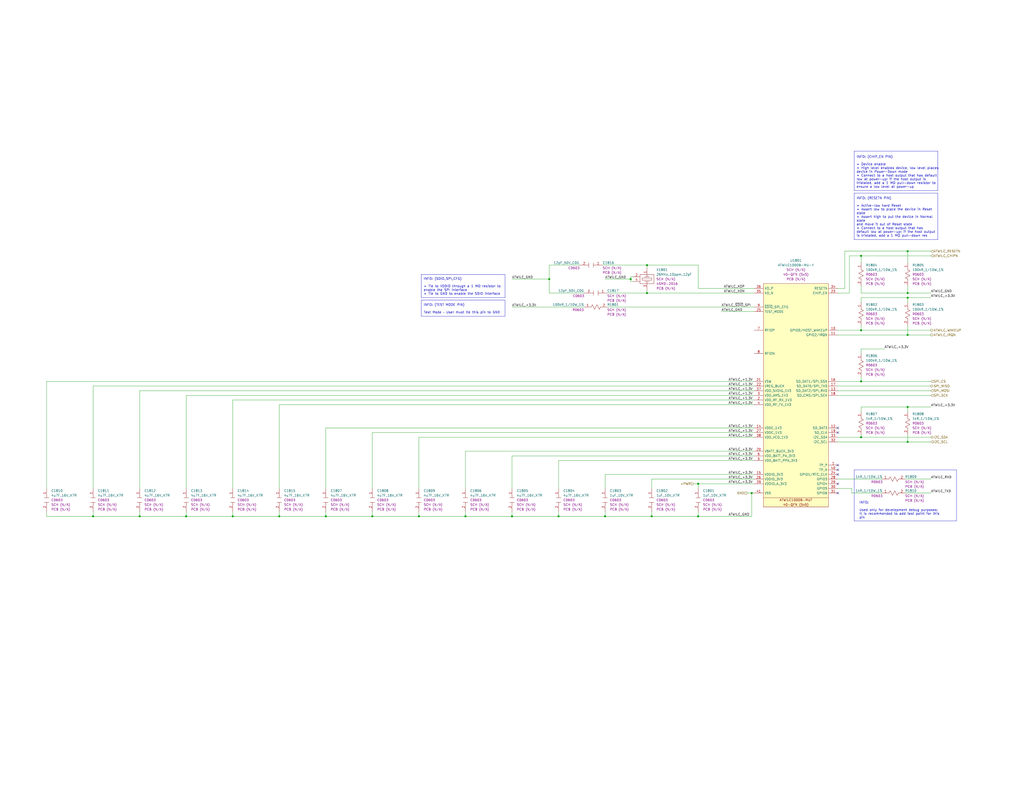
<source format=kicad_sch>
(kicad_sch (version 20231120) (generator "eeschema") (generator_version "8.0")
  (paper "C")
  (title_block (comment 2 "DRAFT"))
  (lib_symbols
    (symbol "_SCHLIB_Qcopter:CAP_CER_12pF_50V_C0G_C0603"
      (property "Reference" "C" (at 3.556 4.064 0))
      (property "Value" "12pF_50V_C0G" (at 3.81 6.604 0))
      (property "Package" "C0603" (at 3.81 35.306 0))
      (property "SCH CHECK" "SCH (N/A)" (at 3.81 29.972 0))
      (property "PCB CHECK" "PCB (N/A)" (at 3.81 32.512 0))
      (symbol "CAP_CER_12pF_50V_C0G_C0603_0_0"
        (polyline (pts (xy 5.08 1.27) (xy 5.08 -1.27)))
        (polyline (pts (xy 7.62 1.27) (xy 7.62 -1.27)))
      )
      (symbol "CAP_CER_12pF_50V_C0G_C0603_1_1"
        (pin passive line (at 0 0 0) (length 5.08) (name "") (number "1"))
        (pin passive line (at 12.7 0 180) (length 5.08) (name "") (number "2"))
      )
    )
    (symbol "_SCHLIB_Qcopter:CAP_CER_1uF_10V_X7R_C0603"
      (property "Reference" "C" (at 3.556 4.064 0))
      (property "Value" "1uF_10V_X7R" (at 3.81 6.604 0))
      (property "Package" "C0603" (at 3.81 35.306 0))
      (property "SCH CHECK" "SCH (N/A)" (at 3.81 29.972 0))
      (property "PCB CHECK" "PCB (N/A)" (at 3.81 32.512 0))
      (symbol "CAP_CER_1uF_10V_X7R_C0603_0_0"
        (polyline (pts (xy 5.08 1.27) (xy 5.08 -1.27)))
        (polyline (pts (xy 7.62 1.27) (xy 7.62 -1.27)))
      )
      (symbol "CAP_CER_1uF_10V_X7R_C0603_1_1"
        (pin passive line (at 0 0 0) (length 5.08) (name "") (number "1"))
        (pin passive line (at 12.7 0 180) (length 5.08) (name "") (number "2"))
      )
    )
    (symbol "_SCHLIB_Qcopter:CAP_CER_4.7uF_16V_X7R_C0603"
      (property "Reference" "C" (at 3.556 4.064 0))
      (property "Value" "4u7F_16V_X7R" (at 3.81 6.604 0))
      (property "Package" "C0603" (at 3.81 35.306 0))
      (property "SCH CHECK" "SCH (N/A)" (at 3.81 29.972 0))
      (property "PCB CHECK" "PCB (N/A)" (at 3.81 32.512 0))
      (symbol "CAP_CER_4.7uF_16V_X7R_C0603_0_0"
        (polyline (pts (xy 5.08 1.27) (xy 5.08 -1.27)))
        (polyline (pts (xy 7.62 1.27) (xy 7.62 -1.27)))
      )
      (symbol "CAP_CER_4.7uF_16V_X7R_C0603_1_1"
        (pin passive line (at 0 0 0) (length 5.08) (name "") (number "1"))
        (pin passive line (at 12.7 0 180) (length 5.08) (name "") (number "2"))
      )
    )
    (symbol "_SCHLIB_Qcopter:IC_RF TXRX_ATWILC1000B-MU-Y_Wifi_2.4GHz_40-QFN (5x5)"
      (property "Reference" "U" (at 2.54 2.54 0))
      (property "Value" "ATWILC1000B-MU-Y" (at 2.54 5.08 0))
      (property "SCH CHECK" "SCH (N/A)" (at 2.54 29.21 0))
      (property "Package" "40-QFN (5x5)" (at 2.286 31.75 0))
      (property "PCB CHECk" "PCB (N/A)" (at 2.54 26.67 0))
      (symbol "IC_RF TXRX_ATWILC1000B-MU-Y_Wifi_2.4GHz_40-QFN (5x5)_0_0"
        (text "40-QFN (5x5)" (at 17.78 -120.65 0) (effects (font (size 1.27 1.27))))
        (text "ATWILC1000B-MUT" (at 17.78 -118.11 0) (effects (font (size 1.27 1.27))))
      )
      (symbol "IC_RF TXRX_ATWILC1000B-MU-Y_Wifi_2.4GHz_40-QFN (5x5)_0_1"
        (polyline (pts (xy 0 -116.84) (xy 35.56 -116.84)))
        (rectangle (start 0 0) (end 35.56 -121.92) (fill (type background)))
      )
      (symbol "IC_RF TXRX_ATWILC1000B-MU-Y_Wifi_2.4GHz_40-QFN (5x5)_1_1"
        (pin passive line (at 40.64 -99.06 180) (length 5.08) (name "TP_P") (number "1"))
        (pin passive line (at 40.64 -25.4 180) (length 5.08) (name "GPIO0/HOST_WAKEUP") (number "10"))
        (pin passive line (at 40.64 -27.94 180) (length 5.08) (name "GPIO2/IRQN") (number "11"))
        (pin passive line (at 40.64 -78.74 180) (length 5.08) (name "SD_DAT3") (number "12"))
        (pin passive line (at 40.64 -58.42 180) (length 5.08) (name "SD_DAT2/SPI_RXD") (number "13"))
        (pin passive line (at -5.08 -78.74 0) (length 5.08) (name "VDDC_1V3") (number "14"))
        (pin passive line (at -5.08 -104.14 0) (length 5.08) (name "VDDIO_3V3") (number "15"))
        (pin passive line (at 40.64 -53.34 180) (length 5.08) (name "SD_DAT1/SPI_SSN") (number "16"))
        (pin passive line (at 40.64 -55.88 180) (length 5.08) (name "SD_DAT0/SPI_TXD") (number "17"))
        (pin passive line (at 40.64 -60.96 180) (length 5.08) (name "SD_CMD/SPI_SCK") (number "18"))
        (pin passive line (at 40.64 -81.28 180) (length 5.08) (name "SD_CLK") (number "19"))
        (pin passive line (at -5.08 -63.5 0) (length 5.08) (name "VDD_RF_RX_1V3") (number "2"))
        (pin passive line (at -5.08 -91.44 0) (length 5.08) (name "VBATT_BUCK_3V3") (number "20"))
        (pin passive line (at -5.08 -53.34 0) (length 5.08) (name "VSW") (number "21"))
        (pin passive line (at -5.08 -55.88 0) (length 5.08) (name "VREG_BUCK") (number "22"))
        (pin passive line (at 40.64 -5.08 180) (length 5.08) (name "CHIP_EN") (number "23"))
        (pin passive line (at 40.64 -104.14 180) (length 5.08) (name "GPIO1/RTC_CLK") (number "24"))
        (pin passive line (at -5.08 -15.24 0) (length 5.08) (name "TEST_MODE") (number "25"))
        (pin passive line (at -5.08 -106.68 0) (length 5.08) (name "VDDIO_3V3") (number "26"))
        (pin passive line (at -5.08 -81.28 0) (length 5.08) (name "VDDC_1V3") (number "27"))
        (pin passive line (at 40.64 -106.68 180) (length 5.08) (name "GPIO3") (number "28"))
        (pin passive line (at 40.64 -109.22 180) (length 5.08) (name "GPIO4") (number "29"))
        (pin passive line (at -5.08 -60.96 0) (length 5.08) (name "VDD_AMS_1V3") (number "3"))
        (pin passive line (at 40.64 -111.76 180) (length 5.08) (name "GPIO5") (number "30"))
        (pin passive line (at 40.64 -114.3 180) (length 5.08) (name "GPIO6") (number "31"))
        (pin passive line (at 40.64 -86.36 180) (length 5.08) (name "I2C_SCL") (number "32"))
        (pin passive line (at 40.64 -83.82 180) (length 5.08) (name "I2C_SDA") (number "33"))
        (pin passive line (at 40.64 -2.54 180) (length 5.08) (name "RESETN") (number "34"))
        (pin passive line (at -5.08 -5.08 0) (length 5.08) (name "XO_N") (number "35"))
        (pin passive line (at -5.08 -2.54 0) (length 5.08) (name "XO_P") (number "36"))
        (pin passive line (at -5.08 -58.42 0) (length 5.08) (name "VDD_SXDIG_1V3") (number "37"))
        (pin passive line (at -5.08 -83.82 0) (length 5.08) (name "VDD_VCO_1V3") (number "38"))
        (pin passive line (at -5.08 -109.22 0) (length 5.08) (name "VDDIO_A_3V3") (number "39"))
        (pin passive line (at -5.08 -66.04 0) (length 5.08) (name "VDD_RF_TX_1V3") (number "4"))
        (pin passive line (at 40.64 -101.6 180) (length 5.08) (name "TP_N") (number "40"))
        (pin passive line (at -5.08 -114.3 0) (length 5.08) (name "VSS") (number "41"))
        (pin passive line (at -5.08 -96.52 0) (length 5.08) (name "VDD_BATT_PPA_3V3") (number "5"))
        (pin passive line (at -5.08 -93.98 0) (length 5.08) (name "VDD_BATT_PA_3V3") (number "6"))
        (pin passive line (at -5.08 -25.4 0) (length 5.08) (name "RFIOP") (number "7"))
        (pin passive line (at -5.08 -38.1 0) (length 5.08) (name "RFION") (number "8"))
        (pin passive line (at -5.08 -12.7 0) (length 5.08) (name "~{SDIO}_SPI_CFG") (number "9"))
      )
    )
    (symbol "_SCHLIB_Qcopter:RES_100kR_1/10W_1%_R0603"
      (property "Reference" "R" (at 3.556 4.064 0))
      (property "Value" "100kR_1/10W_1%" (at 3.81 6.604 0))
      (property "Package" "R0603" (at 3.81 35.306 0))
      (property "SCH CHECK" "SCH (N/A)" (at 3.81 29.972 0))
      (property "PCB CHECK" "PCB (N/A)" (at 3.81 32.512 0))
      (symbol "RES_100kR_1/10W_1%_R0603_0_0"
        (polyline (pts (xy 3.81 0) (xy 4.445 1.27) (xy 5.715 -1.27) (xy 6.985 1.27) (xy 8.255 -1.27) (xy 8.89 0)))
      )
      (symbol "RES_100kR_1/10W_1%_R0603_1_1"
        (pin passive line (at 0 0 0) (length 3.81) (name "") (number "1"))
        (pin passive line (at 12.7 0 180) (length 3.81) (name "") (number "2"))
      )
    )
    (symbol "_SCHLIB_Qcopter:RES_1kR_1/10W_1%_R0603"
      (property "Reference" "R" (at 3.556 4.064 0))
      (property "Value" "1kR_1/10W_1%" (at 3.81 6.604 0))
      (property "Package" "R0603" (at 3.81 35.306 0))
      (property "SCH CHECK" "SCH (N/A)" (at 3.81 29.972 0))
      (property "PCB CHECK" "PCB (N/A)" (at 3.81 32.512 0))
      (symbol "RES_1kR_1/10W_1%_R0603_0_0"
        (polyline (pts (xy 3.81 0) (xy 4.445 1.27) (xy 5.715 -1.27) (xy 6.985 1.27) (xy 8.255 -1.27) (xy 8.89 0)))
      )
      (symbol "RES_1kR_1/10W_1%_R0603_1_1"
        (pin passive line (at 0 0 0) (length 3.81) (name "") (number "1"))
        (pin passive line (at 12.7 0 180) (length 3.81) (name "") (number "2"))
      )
    )
    (symbol "_SCHLIB_Qcopter:XTAL_ECS-260-12-37B2-CKM-TR_26MHz_10PPM_12pF_4-SMD, No Lead"
      (property "Reference" "X" (at 3.81 6.35 0))
      (property "Value" "26MHz_10ppm_12pF" (at 3.81 8.89 0))
      (property "SCH CHECK" "SCH (N/A)" (at 3.81 34.29 0))
      (property "Package" "4SMD-2016" (at 3.81 36.83 0))
      (property "PCB CHECK" "PCB (N/A)" (at 3.81 31.75 0))
      (symbol "XTAL_ECS-260-12-37B2-CKM-TR_26MHz_10PPM_12pF_4-SMD, No Lead_0_1"
        (polyline (pts (xy 5.08 1.27) (xy 5.08 -1.27)))
        (polyline (pts (xy 7.62 1.27) (xy 7.62 -1.27)))
        (polyline (pts (xy 3.81 3.81) (xy 3.81 -3.81) (xy 8.89 -3.81) (xy 8.89 3.81) (xy 3.81 3.81)))
        (polyline (pts (xy 5.715 2.54) (xy 6.985 2.54) (xy 6.985 -2.54) (xy 5.715 -2.54) (xy 5.715 2.54)))
      )
      (symbol "XTAL_ECS-260-12-37B2-CKM-TR_26MHz_10PPM_12pF_4-SMD, No Lead_1_1"
        (pin passive line (at 0 0 0) (length 5.08) (name "") (number "1"))
        (pin passive line (at 5.08 -7.62 90) (length 3.81) (name "") (number "2"))
        (pin passive line (at 12.7 0 180) (length 5.08) (name "") (number "3"))
        (pin passive line (at 7.62 -7.62 90) (length 3.81) (name "") (number "4"))
      )
    )
  )
  (junction (at 254 281.94))
  (junction (at 152.4 281.94))
  (junction (at 304.8 281.94))
  (junction (at 127 281.94))
  (junction (at 469.9 238.76))
  (junction (at 279.4 281.94))
  (junction (at 353.06 144.78))
  (junction (at 495.3 222.25))
  (junction (at 469.9 180.34))
  (junction (at 299.72 152.4))
  (junction (at 469.9 139.7))
  (junction (at 495.3 241.3))
  (junction (at 495.3 162.56))
  (junction (at 381 264.16))
  (junction (at 101.6 281.94))
  (junction (at 330.2 281.94))
  (junction (at 469.9 208.28))
  (junction (at 177.8 281.94))
  (junction (at 495.3 160.02))
  (junction (at 203.2 281.94))
  (junction (at 344.17 152.4))
  (junction (at 228.6 281.94))
  (junction (at 495.3 182.88))
  (junction (at 495.3 137.16))
  (junction (at 50.8 281.94))
  (junction (at 353.06 160.02))
  (junction (at 355.6 281.94))
  (junction (at 76.2 281.94))
  (junction (at 381 281.94))
  (junction (at 410.21 269.24))
  (no_connect (at 457.2 256.54))
  (no_connect (at 457.2 264.16))
  (no_connect (at 457.2 233.68))
  (no_connect (at 457.2 259.08))
  (no_connect (at 457.2 254))
  (no_connect (at 457.2 269.24))
  (no_connect (at 457.2 236.22))
  (wire (pts (xy 411.48 264.16) (xy 381 264.16)))
  (wire (pts (xy 469.9 139.7) (xy 469.9 143.51)))
  (wire (pts (xy 508 160.02) (xy 495.3 160.02)))
  (wire (pts (xy 469.9 190.5) (xy 469.9 193.04)))
  (wire (pts (xy 177.8 281.94) (xy 203.2 281.94)))
  (wire (pts (xy 50.8 281.94) (xy 76.2 281.94)))
  (wire (pts (xy 495.3 222.25) (xy 495.3 224.79)))
  (wire (pts (xy 228.6 279.4) (xy 228.6 281.94)))
  (wire (pts (xy 304.8 279.4) (xy 304.8 281.94)))
  (wire (pts (xy 344.17 153.67) (xy 345.44 153.67)))
  (wire (pts (xy 393.7 170.18) (xy 411.48 170.18)))
  (wire (pts (xy 127 266.7) (xy 127 218.44)))
  (wire (pts (xy 228.6 281.94) (xy 254 281.94)))
  (wire (pts (xy 407.67 269.24) (xy 410.21 269.24)))
  (wire (pts (xy 304.8 251.46) (xy 411.48 251.46)))
  (wire (pts (xy 25.4 208.28) (xy 411.48 208.28)))
  (wire (pts (xy 495.3 160.02) (xy 469.9 160.02)))
  (wire (pts (xy 353.06 144.78) (xy 353.06 146.05)))
  (wire (pts (xy 152.4 279.4) (xy 152.4 281.94)))
  (wire (pts (xy 228.6 238.76) (xy 228.6 266.7)))
  (wire (pts (xy 381 157.48) (xy 381 144.78)))
  (wire (pts (xy 50.8 279.4) (xy 50.8 281.94)))
  (wire (pts (xy 50.8 266.7) (xy 50.8 210.82)))
  (wire (pts (xy 279.4 167.64) (xy 318.77 167.64)))
  (wire (pts (xy 330.2 152.4) (xy 344.17 152.4)))
  (wire (pts (xy 381 281.94) (xy 410.21 281.94)))
  (wire (pts (xy 152.4 266.7) (xy 152.4 220.98)))
  (wire (pts (xy 461.01 137.16) (xy 461.01 157.48)))
  (wire (pts (xy 495.3 182.88) (xy 508 182.88)))
  (wire (pts (xy 304.8 266.7) (xy 304.8 251.46)))
  (wire (pts (xy 355.6 261.62) (xy 355.6 266.7)))
  (wire (pts (xy 381 279.4) (xy 381 281.94)))
  (wire (pts (xy 464.82 266.7) (xy 464.82 269.24)))
  (wire (pts (xy 152.4 281.94) (xy 177.8 281.94)))
  (wire (pts (xy 495.3 162.56) (xy 495.3 165.1)))
  (wire (pts (xy 495.3 143.51) (xy 495.3 137.16)))
  (wire (pts (xy 457.2 215.9) (xy 508 215.9)))
  (wire (pts (xy 495.3 222.25) (xy 469.9 222.25)))
  (wire (pts (xy 330.2 259.08) (xy 330.2 266.7)))
  (wire (pts (xy 495.3 241.3) (xy 508 241.3)))
  (wire (pts (xy 318.77 160.02) (xy 299.72 160.02)))
  (wire (pts (xy 495.3 182.88) (xy 495.3 177.8)))
  (wire (pts (xy 127 218.44) (xy 411.48 218.44)))
  (wire (pts (xy 463.55 139.7) (xy 469.9 139.7)))
  (wire (pts (xy 279.4 248.92) (xy 411.48 248.92)))
  (wire (pts (xy 411.48 259.08) (xy 330.2 259.08)))
  (wire (pts (xy 469.9 162.56) (xy 495.3 162.56)))
  (wire (pts (xy 299.72 144.78) (xy 316.23 144.78)))
  (wire (pts (xy 411.48 157.48) (xy 381 157.48)))
  (wire (pts (xy 330.2 281.94) (xy 330.2 279.4)))
  (wire (pts (xy 508 222.25) (xy 495.3 222.25)))
  (wire (pts (xy 469.9 238.76) (xy 508 238.76)))
  (wire (pts (xy 76.2 281.94) (xy 101.6 281.94)))
  (wire (pts (xy 457.2 182.88) (xy 495.3 182.88)))
  (wire (pts (xy 304.8 281.94) (xy 330.2 281.94)))
  (wire (pts (xy 355.6 281.94) (xy 330.2 281.94)))
  (wire (pts (xy 25.4 281.94) (xy 50.8 281.94)))
  (wire (pts (xy 469.9 160.02) (xy 469.9 156.21)))
  (wire (pts (xy 457.2 241.3) (xy 495.3 241.3)))
  (wire (pts (xy 381 281.94) (xy 355.6 281.94)))
  (wire (pts (xy 177.8 233.68) (xy 177.8 266.7)))
  (wire (pts (xy 411.48 236.22) (xy 203.2 236.22)))
  (wire (pts (xy 344.17 151.13) (xy 344.17 152.4)))
  (wire (pts (xy 469.9 205.74) (xy 469.9 208.28)))
  (wire (pts (xy 101.6 266.7) (xy 101.6 215.9)))
  (wire (pts (xy 411.48 238.76) (xy 228.6 238.76)))
  (wire (pts (xy 254 279.4) (xy 254 281.94)))
  (wire (pts (xy 411.48 261.62) (xy 355.6 261.62)))
  (wire (pts (xy 279.4 152.4) (xy 299.72 152.4)))
  (wire (pts (xy 345.44 151.13) (xy 344.17 151.13)))
  (wire (pts (xy 469.9 180.34) (xy 469.9 177.8)))
  (wire (pts (xy 482.6 190.5) (xy 469.9 190.5)))
  (wire (pts (xy 381 264.16) (xy 381 266.7)))
  (wire (pts (xy 469.9 139.7) (xy 508 139.7)))
  (wire (pts (xy 254 246.38) (xy 254 266.7)))
  (wire (pts (xy 457.2 180.34) (xy 469.9 180.34)))
  (wire (pts (xy 411.48 269.24) (xy 410.21 269.24)))
  (wire (pts (xy 495.3 156.21) (xy 495.3 160.02)))
  (wire (pts (xy 101.6 281.94) (xy 127 281.94)))
  (wire (pts (xy 127 279.4) (xy 127 281.94)))
  (wire (pts (xy 76.2 266.7) (xy 76.2 213.36)))
  (wire (pts (xy 279.4 248.92) (xy 279.4 266.7)))
  (wire (pts (xy 76.2 279.4) (xy 76.2 281.94)))
  (wire (pts (xy 152.4 220.98) (xy 411.48 220.98)))
  (wire (pts (xy 378.46 264.16) (xy 381 264.16)))
  (wire (pts (xy 495.3 137.16) (xy 461.01 137.16)))
  (wire (pts (xy 411.48 233.68) (xy 177.8 233.68)))
  (wire (pts (xy 495.3 241.3) (xy 495.3 237.49)))
  (wire (pts (xy 203.2 236.22) (xy 203.2 266.7)))
  (wire (pts (xy 457.2 266.7) (xy 464.82 266.7)))
  (wire (pts (xy 25.4 266.7) (xy 25.4 208.28)))
  (wire (pts (xy 457.2 213.36) (xy 508 213.36)))
  (wire (pts (xy 469.9 222.25) (xy 469.9 224.79)))
  (wire (pts (xy 410.21 269.24) (xy 410.21 281.94)))
  (wire (pts (xy 101.6 215.9) (xy 411.48 215.9)))
  (wire (pts (xy 469.9 237.49) (xy 469.9 238.76)))
  (wire (pts (xy 50.8 210.82) (xy 411.48 210.82)))
  (wire (pts (xy 457.2 210.82) (xy 508 210.82)))
  (wire (pts (xy 469.9 238.76) (xy 457.2 238.76)))
  (wire (pts (xy 411.48 246.38) (xy 254 246.38)))
  (wire (pts (xy 469.9 180.34) (xy 508 180.34)))
  (wire (pts (xy 494.03 269.24) (xy 508 269.24)))
  (wire (pts (xy 328.93 144.78) (xy 353.06 144.78)))
  (wire (pts (xy 279.4 281.94) (xy 304.8 281.94)))
  (wire (pts (xy 279.4 279.4) (xy 279.4 281.94)))
  (wire (pts (xy 494.03 261.62) (xy 508 261.62)))
  (wire (pts (xy 355.6 279.4) (xy 355.6 281.94)))
  (wire (pts (xy 469.9 208.28) (xy 508 208.28)))
  (wire (pts (xy 177.8 279.4) (xy 177.8 281.94)))
  (wire (pts (xy 299.72 160.02) (xy 299.72 152.4)))
  (wire (pts (xy 331.47 167.64) (xy 411.48 167.64)))
  (wire (pts (xy 495.3 137.16) (xy 508 137.16)))
  (wire (pts (xy 25.4 279.4) (xy 25.4 281.94)))
  (wire (pts (xy 127 281.94) (xy 152.4 281.94)))
  (wire (pts (xy 464.82 269.24) (xy 481.33 269.24)))
  (wire (pts (xy 469.9 208.28) (xy 457.2 208.28)))
  (wire (pts (xy 495.3 162.56) (xy 508 162.56)))
  (wire (pts (xy 353.06 158.75) (xy 353.06 160.02)))
  (wire (pts (xy 411.48 160.02) (xy 353.06 160.02)))
  (wire (pts (xy 469.9 165.1) (xy 469.9 162.56)))
  (wire (pts (xy 254 281.94) (xy 279.4 281.94)))
  (wire (pts (xy 381 144.78) (xy 353.06 144.78)))
  (wire (pts (xy 299.72 152.4) (xy 299.72 144.78)))
  (wire (pts (xy 331.47 160.02) (xy 353.06 160.02)))
  (wire (pts (xy 344.17 152.4) (xy 344.17 153.67)))
  (wire (pts (xy 463.55 160.02) (xy 463.55 139.7)))
  (wire (pts (xy 457.2 160.02) (xy 463.55 160.02)))
  (wire (pts (xy 76.2 213.36) (xy 411.48 213.36)))
  (wire (pts (xy 203.2 279.4) (xy 203.2 281.94)))
  (wire (pts (xy 457.2 157.48) (xy 461.01 157.48)))
  (wire (pts (xy 203.2 281.94) (xy 228.6 281.94)))
  (wire (pts (xy 101.6 279.4) (xy 101.6 281.94)))
  (wire (pts (xy 457.2 261.62) (xy 481.33 261.62)))
  (rectangle (start 229.87 163.83) (end 275.59 172.72))
  (rectangle (start 466.09 105.41) (end 511.81 130.81))
  (rectangle (start 466.09 82.55) (end 511.81 104.14))
  (rectangle (start 466.09 256.54) (end 521.97 284.48))
  (rectangle (start 229.87 149.86) (end 275.59 162.56))
  (text "INFO: (RESETN PIN)\n\n• Active-low hard Reset\n• Assert low to place the device in Reset\nstate\n• Assert high to put the device in Normal\nstate\nand move it out of Reset state\n• Connect to a host output that has\ndefault low at power-up; if the host output\nis tristated, add a 1 MΩ pull-down res" (at 467.36 129.54 0) (effects (font (size 1.27 1.27)) (justify left bottom)))
  (text "INFO: (TEST MODE PIN)\n\nTest Mode – User must tie this pin to GND" (at 231.14 171.45 0) (effects (font (size 1.27 1.27)) (justify left bottom)))
  (text "INFO: (SDIO_SPI_CFG)\n\n• Tie to VDDIO through a 1 MΩ resistor to\nenable the SPI interface\n• Tie to GND to enable the SDIO interface" (at 231.14 161.29 0) (effects (font (size 1.27 1.27)) (justify left bottom)))
  (text "INFO: (CHIP_EN PIN)\n\n• Device enable\n• High level enables device, low level places\ndevice in Power-Down mode\n• Connect to a host output that has default\nlow at power-up; if the host output is\ntristated, add a 1 MΩ pull-down resistor to\nensure a low level at power-up" (at 467.36 102.87 0) (effects (font (size 1.27 1.27)) (justify left bottom)))
  (text "INFO:\n\nUsed only for development debug purposes;\nIt is recommended to add test point for this\npin\n" (at 468.884 283.464 0) (effects (font (size 1.27 1.27)) (justify left bottom)))
  (label "ATWILC_+3.3V" (at 397.51 264.16 0))
  (label "ATWILC_+3.3V" (at 508 162.56 0))
  (label "ATWILC_+3.3V" (at 397.51 251.46 0))
  (label "ATWILC_XON" (at 394.97 160.02 0))
  (label "ATWILC_+3.3V" (at 397.51 246.38 0))
  (label "ATWILC_+1.3V" (at 397.51 238.76 0))
  (label "ATWILC_+3.3V" (at 482.6 190.5 0))
  (label "ATWILC_+3.3V" (at 397.51 248.92 0))
  (label "ATWILC_+1.3V" (at 397.51 220.98 0))
  (label "ATWILC_+1.3V" (at 397.51 218.44 0))
  (label "ATWILC_~{SDIO}_SPI" (at 393.7 167.64 0))
  (label "ATWILC_RXD" (at 508 261.62 0))
  (label "ATWILC_GND" (at 397.51 281.94 0))
  (label "ATWILC_+1.3V" (at 397.51 213.36 0))
  (label "ATWILC_+1.3V" (at 397.51 210.82 0))
  (label "ATWILC_+3.3V" (at 279.4 167.64 0))
  (label "ATWILC_+3.3V" (at 397.51 259.08 0))
  (label "ATWILC_GND" (at 393.7 170.18 0))
  (label "ATWILC_+3.3V" (at 508 222.25 0))
  (label "ATWILC_XOP" (at 394.97 157.48 0))
  (label "ATWILC_+1.3V" (at 397.51 215.9 0))
  (label "ATWILC_GND" (at 330.2 152.4 0))
  (label "ATWILC_+3.3V" (at 397.51 261.62 0))
  (label "ATWILC_TXD" (at 508 269.24 0))
  (label "ATWILC_GND" (at 279.4 152.4 0))
  (label "ATWILC_+1.3V" (at 397.51 208.28 0))
  (label "ATWILC_+1.3V" (at 397.51 233.68 0))
  (label "ATWILC_+1.3V" (at 397.51 236.22 0))
  (label "ATWILC_GND" (at 508 160.02 0))
  (hierarchical_label "SPI_MISO" (shape output) (at 508 210.82 0))
  (hierarchical_label "ATWILC_RESETN" (shape input) (at 508 137.16 0))
  (hierarchical_label "I2C_SCL" (shape input) (at 508 241.3 0))
  (hierarchical_label "SPI_MOSI" (shape input) (at 508 213.36 0))
  (hierarchical_label "ATWILC_IRQN" (shape output) (at 508 182.88 0))
  (hierarchical_label "SPI_CS" (shape input) (at 508 208.28 0))
  (hierarchical_label "ATWILC_CHIPN" (shape input) (at 508 139.7 0))
  (hierarchical_label "+PWR" (shape input) (at 378.46 264.16 180))
  (hierarchical_label "I2C_SDA" (shape bidirectional) (at 508 238.76 0))
  (hierarchical_label "SPI_SCK" (shape input) (at 508 215.9 0))
  (hierarchical_label "ATWILC_WAKEUP" (shape output) (at 508 180.34 0))
  (hierarchical_label "GND" (shape passive) (at 407.67 269.24 180))
  (symbol (lib_id "_SCHLIB_Qcopter:CAP_CER_4.7uF_16V_X7R_C0603") (at 177.8 266.7 270) (unit 1)
    (property "Reference" "C1807" (at 180.34 267.9699 90) (effects (justify left)))
    (property "Value" "4u7F_16V_X7R" (at 180.34 270.5099 90) (effects (justify left)))
    (property "Footprint" "Capacitor_SMD:C_0603_1608Metric" (effects (hide yes)))
    (property "Datasheet" "https://search.murata.co.jp/Ceramy/image/img/A01X/G101/ENG/GRM188Z71C475KE21-01A.pdf" (effects (hide yes)))
    (property "Description" "4.7 µF ±10% 16V Ceramic Capacitor X7R 0603 (1608 Metric)" (effects (hide yes)))
    (property "Package" "C0603" (at 180.34 273.0499 90) (effects (justify left)))
    (property "Part Number (Manufacturer)" "GRM188Z71C475KE21D" (effects (hide yes)))
    (property "Manufacturer" "Murata Electronics" (effects (hide yes)))
    (property "Part Number (Vendor)" "490-GRM188Z71C475KE21DTR-ND" (effects (hide yes)))
    (property "Vendor" "Digikey" (effects (hide yes)))
    (property "Purchase Link" "https://www.digikey.ca/en/products/detail/murata-electronics/GRM188Z71C475KE21D/13401930" (effects (hide yes)))
    (property "SCH CHECK" "SCH (N/A)" (at 180.34 275.5899 90) (effects (justify left)))
    (property "PCB CHECK" "PCB (N/A)" (at 180.34 278.1299 90) (effects (justify left)))
  )
  (symbol (lib_id "_SCHLIB_Qcopter:CAP_CER_4.7uF_16V_X7R_C0603") (at 152.4 266.7 270) (unit 1)
    (property "Reference" "C1815" (at 154.94 267.9699 90) (effects (justify left)))
    (property "Value" "4u7F_16V_X7R" (at 154.94 270.5099 90) (effects (justify left)))
    (property "Footprint" "Capacitor_SMD:C_0603_1608Metric" (effects (hide yes)))
    (property "Datasheet" "https://search.murata.co.jp/Ceramy/image/img/A01X/G101/ENG/GRM188Z71C475KE21-01A.pdf" (effects (hide yes)))
    (property "Description" "4.7 µF ±10% 16V Ceramic Capacitor X7R 0603 (1608 Metric)" (effects (hide yes)))
    (property "Package" "C0603" (at 154.94 273.0499 90) (effects (justify left)))
    (property "Part Number (Manufacturer)" "GRM188Z71C475KE21D" (effects (hide yes)))
    (property "Manufacturer" "Murata Electronics" (effects (hide yes)))
    (property "Part Number (Vendor)" "490-GRM188Z71C475KE21DTR-ND" (effects (hide yes)))
    (property "Vendor" "Digikey" (effects (hide yes)))
    (property "Purchase Link" "https://www.digikey.ca/en/products/detail/murata-electronics/GRM188Z71C475KE21D/13401930" (effects (hide yes)))
    (property "SCH CHECK" "SCH (N/A)" (at 154.94 275.5899 90) (effects (justify left)))
    (property "PCB CHECK" "PCB (N/A)" (at 154.94 278.1299 90) (effects (justify left)))
  )
  (symbol (lib_id "_SCHLIB_Qcopter:CAP_CER_4.7uF_16V_X7R_C0603") (at 101.6 266.7 270) (unit 1)
    (property "Reference" "C1813" (at 104.14 267.9699 90) (effects (justify left)))
    (property "Value" "4u7F_16V_X7R" (at 104.14 270.5099 90) (effects (justify left)))
    (property "Footprint" "Capacitor_SMD:C_0603_1608Metric" (effects (hide yes)))
    (property "Datasheet" "https://search.murata.co.jp/Ceramy/image/img/A01X/G101/ENG/GRM188Z71C475KE21-01A.pdf" (effects (hide yes)))
    (property "Description" "4.7 µF ±10% 16V Ceramic Capacitor X7R 0603 (1608 Metric)" (effects (hide yes)))
    (property "Package" "C0603" (at 104.14 273.0499 90) (effects (justify left)))
    (property "Part Number (Manufacturer)" "GRM188Z71C475KE21D" (effects (hide yes)))
    (property "Manufacturer" "Murata Electronics" (effects (hide yes)))
    (property "Part Number (Vendor)" "490-GRM188Z71C475KE21DTR-ND" (effects (hide yes)))
    (property "Vendor" "Digikey" (effects (hide yes)))
    (property "Purchase Link" "https://www.digikey.ca/en/products/detail/murata-electronics/GRM188Z71C475KE21D/13401930" (effects (hide yes)))
    (property "SCH CHECK" "SCH (N/A)" (at 104.14 275.5899 90) (effects (justify left)))
    (property "PCB CHECK" "PCB (N/A)" (at 104.14 278.1299 90) (effects (justify left)))
  )
  (symbol (lib_id "_SCHLIB_Qcopter:CAP_CER_4.7uF_16V_X7R_C0603") (at 279.4 266.7 270) (unit 1)
    (property "Reference" "C1805" (at 281.94 267.9699 90) (effects (justify left)))
    (property "Value" "4u7F_16V_X7R" (at 281.94 270.5099 90) (effects (justify left)))
    (property "Footprint" "Capacitor_SMD:C_0603_1608Metric" (effects (hide yes)))
    (property "Datasheet" "https://search.murata.co.jp/Ceramy/image/img/A01X/G101/ENG/GRM188Z71C475KE21-01A.pdf" (effects (hide yes)))
    (property "Description" "4.7 µF ±10% 16V Ceramic Capacitor X7R 0603 (1608 Metric)" (effects (hide yes)))
    (property "Package" "C0603" (at 281.94 273.0499 90) (effects (justify left)))
    (property "Part Number (Manufacturer)" "GRM188Z71C475KE21D" (effects (hide yes)))
    (property "Manufacturer" "Murata Electronics" (effects (hide yes)))
    (property "Part Number (Vendor)" "490-GRM188Z71C475KE21DTR-ND" (effects (hide yes)))
    (property "Vendor" "Digikey" (effects (hide yes)))
    (property "Purchase Link" "https://www.digikey.ca/en/products/detail/murata-electronics/GRM188Z71C475KE21D/13401930" (effects (hide yes)))
    (property "SCH CHECK" "SCH (N/A)" (at 281.94 275.5899 90) (effects (justify left)))
    (property "PCB CHECK" "PCB (N/A)" (at 281.94 278.1299 90) (effects (justify left)))
  )
  (symbol (lib_id "_SCHLIB_Qcopter:RES_100kR_1/10W_1%_R0603") (at 469.9 143.51 270) (unit 1)
    (property "Reference" "R1804" (at 472.44 144.7799 90) (effects (justify left)))
    (property "Value" "100kR_1/10W_1%" (at 472.44 147.3199 90) (effects (justify left)))
    (property "Footprint" "Resistor_SMD:R_0603_1608Metric" (effects (hide yes)))
    (property "Datasheet" "https://industrial.panasonic.com/cdbs/www-data/pdf/RDA0000/AOA0000C304.pdf" (effects (hide yes)))
    (property "Description" "100 kOhms ±1% 0.1W, 1/10W Chip Resistor 0603 (1608 Metric) Automotive AEC-Q200 Thick Film" (effects (hide yes)))
    (property "Package" "R0603" (at 472.44 149.8599 90) (effects (justify left)))
    (property "Part Number (Manufacturer)" "ERJ-3EKF1003V" (effects (hide yes)))
    (property "Manufacturer" "Panasonic Electronic Components" (effects (hide yes)))
    (property "Part Number (Vendor)" "P100KHTR-ND" (effects (hide yes)))
    (property "Vendor" "Digikey" (effects (hide yes)))
    (property "Purchase Link" "https://www.digikey.ca/en/products/detail/panasonic-electronic-components/ERJ-3EKF1003V/196075" (effects (hide yes)))
    (property "SCH CHECK" "SCH (N/A)" (at 472.44 152.3999 90) (effects (justify left)))
    (property "PCB CHECK" "PCB (N/A)" (at 472.44 154.9399 90) (effects (justify left)))
  )
  (symbol (lib_id "_SCHLIB_Qcopter:CAP_CER_4.7uF_16V_X7R_C0603") (at 304.8 266.7 270) (unit 1)
    (property "Reference" "C1804" (at 307.34 267.9699 90) (effects (justify left)))
    (property "Value" "4u7F_16V_X7R" (at 307.34 270.5099 90) (effects (justify left)))
    (property "Footprint" "Capacitor_SMD:C_0603_1608Metric" (effects (hide yes)))
    (property "Datasheet" "https://search.murata.co.jp/Ceramy/image/img/A01X/G101/ENG/GRM188Z71C475KE21-01A.pdf" (effects (hide yes)))
    (property "Description" "4.7 µF ±10% 16V Ceramic Capacitor X7R 0603 (1608 Metric)" (effects (hide yes)))
    (property "Package" "C0603" (at 307.34 273.0499 90) (effects (justify left)))
    (property "Part Number (Manufacturer)" "GRM188Z71C475KE21D" (effects (hide yes)))
    (property "Manufacturer" "Murata Electronics" (effects (hide yes)))
    (property "Part Number (Vendor)" "490-GRM188Z71C475KE21DTR-ND" (effects (hide yes)))
    (property "Vendor" "Digikey" (effects (hide yes)))
    (property "Purchase Link" "https://www.digikey.ca/en/products/detail/murata-electronics/GRM188Z71C475KE21D/13401930" (effects (hide yes)))
    (property "SCH CHECK" "SCH (N/A)" (at 307.34 275.5899 90) (effects (justify left)))
    (property "PCB CHECK" "PCB (N/A)" (at 307.34 278.1299 90) (effects (justify left)))
  )
  (symbol (lib_id "_SCHLIB_Qcopter:RES_1kR_1/10W_1%_R0603") (at 495.3 224.79 270) (unit 1)
    (property "Reference" "R1808" (at 497.84 226.0599 90) (effects (justify left)))
    (property "Value" "1kR_1/10W_1%" (at 497.84 228.5999 90) (effects (justify left)))
    (property "Footprint" "Resistor_SMD:R_0603_1608Metric" (effects (hide yes)))
    (property "Datasheet" "https://www.seielect.com/catalog/sei-rmcf_rmcp.pdf" (effects (hide yes)))
    (property "Description" "1 kOhms ±1% 0.1W, 1/10W Chip Resistor 0603 (1608 Metric) Automotive AEC-Q200 Thick Film" (effects (hide yes)))
    (property "Package" "R0603" (at 497.84 231.1399 90) (effects (justify left)))
    (property "Part Number (Manufacturer)" "RMCF0603FT1K00" (effects (hide yes)))
    (property "Manufacturer" "Stackpole Electronics Inc" (effects (hide yes)))
    (property "Part Number (Vendor)" "RMCF0603FT1K00TR-ND" (effects (hide yes)))
    (property "Vendor" "Digikey" (effects (hide yes)))
    (property "Purchase Link" "https://www.digikey.ca/en/products/detail/stackpole-electronics-inc/RMCF0603FT1K00/1761077" (effects (hide yes)))
    (property "SCH CHECK" "SCH (N/A)" (at 497.84 233.6799 90) (effects (justify left)))
    (property "PCB CHECK" "PCB (N/A)" (at 497.84 236.2199 90) (effects (justify left)))
  )
  (symbol (lib_id "_SCHLIB_Qcopter:RES_1kR_1/10W_1%_R0603") (at 481.33 269.24 0) (unit 1)
    (property "Reference" "R1810" (at 497.078 267.97 0))
    (property "Value" "1kR_1/10W_1%" (at 474.218 267.97 0))
    (property "Footprint" "Resistor_SMD:R_0603_1608Metric" (effects (hide yes)))
    (property "Datasheet" "https://www.seielect.com/catalog/sei-rmcf_rmcp.pdf" (effects (hide yes)))
    (property "Description" "1 kOhms ±1% 0.1W, 1/10W Chip Resistor 0603 (1608 Metric) Automotive AEC-Q200 Thick Film" (effects (hide yes)))
    (property "Package" "R0603" (at 478.536 270.764 0))
    (property "Part Number (Manufacturer)" "RMCF0603FT1K00" (effects (hide yes)))
    (property "Manufacturer" "Stackpole Electronics Inc" (effects (hide yes)))
    (property "Part Number (Vendor)" "RMCF0603FT1K00TR-ND" (effects (hide yes)))
    (property "Vendor" "Digikey" (effects (hide yes)))
    (property "Purchase Link" "https://www.digikey.ca/en/products/detail/stackpole-electronics-inc/RMCF0603FT1K00/1761077" (effects (hide yes)))
    (property "SCH CHECK" "SCH (N/A)" (at 499.11 270.764 0))
    (property "PCB CHECK" "PCB (N/A)" (at 499.11 273.304 0))
  )
  (symbol (lib_id "_SCHLIB_Qcopter:RES_100kR_1/10W_1%_R0603") (at 495.3 143.51 270) (unit 1)
    (property "Reference" "R1805" (at 497.84 144.7799 90) (effects (justify left)))
    (property "Value" "100kR_1/10W_1%" (at 497.84 147.3199 90) (effects (justify left)))
    (property "Footprint" "Resistor_SMD:R_0603_1608Metric" (effects (hide yes)))
    (property "Datasheet" "https://industrial.panasonic.com/cdbs/www-data/pdf/RDA0000/AOA0000C304.pdf" (effects (hide yes)))
    (property "Description" "100 kOhms ±1% 0.1W, 1/10W Chip Resistor 0603 (1608 Metric) Automotive AEC-Q200 Thick Film" (effects (hide yes)))
    (property "Package" "R0603" (at 497.84 149.8599 90) (effects (justify left)))
    (property "Part Number (Manufacturer)" "ERJ-3EKF1003V" (effects (hide yes)))
    (property "Manufacturer" "Panasonic Electronic Components" (effects (hide yes)))
    (property "Part Number (Vendor)" "P100KHTR-ND" (effects (hide yes)))
    (property "Vendor" "Digikey" (effects (hide yes)))
    (property "Purchase Link" "https://www.digikey.ca/en/products/detail/panasonic-electronic-components/ERJ-3EKF1003V/196075" (effects (hide yes)))
    (property "SCH CHECK" "SCH (N/A)" (at 497.84 152.3999 90) (effects (justify left)))
    (property "PCB CHECK" "PCB (N/A)" (at 497.84 154.9399 90) (effects (justify left)))
  )
  (symbol (lib_id "_SCHLIB_Qcopter:RES_100kR_1/10W_1%_R0603") (at 318.77 167.64 0) (unit 1)
    (property "Reference" "R1801" (at 334.518 166.37 0))
    (property "Value" "100kR_1/10W_1%" (at 310.134 166.37 0))
    (property "Footprint" "Resistor_SMD:R_0603_1608Metric" (effects (hide yes)))
    (property "Datasheet" "https://industrial.panasonic.com/cdbs/www-data/pdf/RDA0000/AOA0000C304.pdf" (effects (hide yes)))
    (property "Description" "100 kOhms ±1% 0.1W, 1/10W Chip Resistor 0603 (1608 Metric) Automotive AEC-Q200 Thick Film" (effects (hide yes)))
    (property "Package" "R0603" (at 315.468 169.164 0))
    (property "Part Number (Manufacturer)" "ERJ-3EKF1003V" (effects (hide yes)))
    (property "Manufacturer" "Panasonic Electronic Components" (effects (hide yes)))
    (property "Part Number (Vendor)" "P100KHTR-ND" (effects (hide yes)))
    (property "Vendor" "Digikey" (effects (hide yes)))
    (property "Purchase Link" "https://www.digikey.ca/en/products/detail/panasonic-electronic-components/ERJ-3EKF1003V/196075" (effects (hide yes)))
    (property "SCH CHECK" "SCH (N/A)" (at 336.55 169.164 0))
    (property "PCB CHECK" "PCB (N/A)" (at 336.55 171.704 0))
  )
  (symbol (lib_id "_SCHLIB_Qcopter:CAP_CER_4.7uF_16V_X7R_C0603") (at 254 266.7 270) (unit 1)
    (property "Reference" "C1806" (at 256.54 267.9699 90) (effects (justify left)))
    (property "Value" "4u7F_16V_X7R" (at 256.54 270.5099 90) (effects (justify left)))
    (property "Footprint" "Capacitor_SMD:C_0603_1608Metric" (effects (hide yes)))
    (property "Datasheet" "https://search.murata.co.jp/Ceramy/image/img/A01X/G101/ENG/GRM188Z71C475KE21-01A.pdf" (effects (hide yes)))
    (property "Description" "4.7 µF ±10% 16V Ceramic Capacitor X7R 0603 (1608 Metric)" (effects (hide yes)))
    (property "Package" "C0603" (at 256.54 273.0499 90) (effects (justify left)))
    (property "Part Number (Manufacturer)" "GRM188Z71C475KE21D" (effects (hide yes)))
    (property "Manufacturer" "Murata Electronics" (effects (hide yes)))
    (property "Part Number (Vendor)" "490-GRM188Z71C475KE21DTR-ND" (effects (hide yes)))
    (property "Vendor" "Digikey" (effects (hide yes)))
    (property "Purchase Link" "https://www.digikey.ca/en/products/detail/murata-electronics/GRM188Z71C475KE21D/13401930" (effects (hide yes)))
    (property "SCH CHECK" "SCH (N/A)" (at 256.54 275.5899 90) (effects (justify left)))
    (property "PCB CHECK" "PCB (N/A)" (at 256.54 278.1299 90) (effects (justify left)))
  )
  (symbol (lib_id "_SCHLIB_Qcopter:CAP_CER_1uF_10V_X7R_C0603") (at 355.6 266.7 270) (unit 1)
    (property "Reference" "C1802" (at 358.14 267.9699 90) (effects (justify left)))
    (property "Value" "1uF_10V_X7R" (at 358.14 270.5099 90) (effects (justify left)))
    (property "Footprint" "Capacitor_SMD:C_0603_1608Metric" (effects (hide yes)))
    (property "Datasheet" "https://mm.digikey.com/Volume0/opasdata/d220001/medias/docus/3584/CL10B105KP8NNNC_Spec.pdf" (effects (hide yes)))
    (property "Description" "1 µF ±10% 10V Ceramic Capacitor X7R 0603 (1608 Metric)" (effects (hide yes)))
    (property "Package" "C0603" (at 358.14 273.0499 90) (effects (justify left)))
    (property "Part Number (Manufacturer)" "CL10B105KP8NNNC" (effects (hide yes)))
    (property "Manufacturer" "Samsung Electro-Mechanics" (effects (hide yes)))
    (property "Part Number (Vendor)" "1276-1946-2-ND" (effects (hide yes)))
    (property "Vendor" "Digikey" (effects (hide yes)))
    (property "Purchase Link" "https://www.digikey.ca/en/products/detail/samsung-electro-mechanics/CL10B105KP8NNNC/3887604" (effects (hide yes)))
    (property "SCH CHECK" "SCH (N/A)" (at 358.14 275.5899 90) (effects (justify left)))
    (property "PCB CHECK" "PCB (N/A)" (at 358.14 278.1299 90) (effects (justify left)))
  )
  (symbol (lib_id "_SCHLIB_Qcopter:XTAL_ECS-260-12-37B2-CKM-TR_26MHz_10PPM_12pF_4-SMD, No Lead") (at 353.06 146.05 270) (unit 1)
    (property "Reference" "X1801" (at 358.14 147.3199 90) (effects (justify left)))
    (property "Value" "26MHz_10ppm_12pF" (at 358.14 149.8599 90) (effects (justify left)))
    (property "Footprint" "Crystal:Crystal_SMD_2016-4Pin_2.0x1.6mm" (effects (hide yes)))
    (property "Datasheet" "https://ecsxtal.com/store/pdf/ECX-1637B2.pdf" (effects (hide yes)))
    (property "Description" "26 MHz ±10ppm Crystal 12pF 50 Ohms 4-SMD, No Lead" (effects (hide yes)))
    (property "Part Number (Manufacturer)" "ECS-260-12-37B2-CKM-TR" (effects (hide yes)))
    (property "Link" "https://www.digikey.com/en/products/detail/ecs-inc/ECS-260-12-37B2-CKM-TR/14663307" (effects (hide yes)))
    (property "SCH CHECK" "SCH (N/A)" (at 358.14 152.3999 90) (effects (justify left)))
    (property "Package" "4SMD-2016" (at 358.14 154.9399 90) (effects (justify left)))
    (property "Manufacturer" "ECS Inc." (effects (hide yes)))
    (property "Part Number (Vendor)" "50-ECS-260-12-37B2-CKM-TR-ND" (effects (hide yes)))
    (property "Vendor" "Digikey" (effects (hide yes)))
    (property "PCB CHECK" "PCB (N/A)" (at 358.14 157.4799 90) (effects (justify left)))
  )
  (symbol (lib_id "_SCHLIB_Qcopter:CAP_CER_12pF_50V_C0G_C0603") (at 328.93 144.78 180) (unit 1)
    (property "Reference" "C1816" (at 331.978 143.51 0))
    (property "Value" "12pF_50V_C0G" (at 309.118 143.51 0))
    (property "Footprint" "Capacitor_SMD:C_0603_1608Metric" (effects (hide yes)))
    (property "Datasheet" "https://connect.kemet.com:7667/gateway/IntelliData-ComponentDocumentation/1.0/download/datasheet/C0603C120J5GACTU" (effects (hide yes)))
    (property "Description" "12 pF ±5% 50V Ceramic Capacitor C0G, NP0 0603 (1608 Metric)" (effects (hide yes)))
    (property "Package" "C0603" (at 313.182 146.304 0))
    (property "Part Number (Manufacturer)" "C0603C120J5GAC7867" (effects (hide yes)))
    (property "Manufacturer" "KEMET" (effects (hide yes)))
    (property "Part Number (Vendor)" "399-C0603C120J5GAC7867TR-ND" (effects (hide yes)))
    (property "Vendor" "Digikey" (effects (hide yes)))
    (property "Purchase Link" "https://www.digikey.ca/en/products/detail/kemet/C0603C120J5GAC7867/411052" (effects (hide yes)))
    (property "SCH CHECK" "SCH (N/A)" (at 334.01 146.304 0))
    (property "PCB CHECK" "PCB (N/A)" (at 334.01 148.844 0))
  )
  (symbol (lib_id "_SCHLIB_Qcopter:CAP_CER_1uF_10V_X7R_C0603") (at 330.2 266.7 270) (unit 1)
    (property "Reference" "C1803" (at 332.74 267.9699 90) (effects (justify left)))
    (property "Value" "1uF_10V_X7R" (at 332.74 270.5099 90) (effects (justify left)))
    (property "Footprint" "Capacitor_SMD:C_0603_1608Metric" (effects (hide yes)))
    (property "Datasheet" "https://mm.digikey.com/Volume0/opasdata/d220001/medias/docus/3584/CL10B105KP8NNNC_Spec.pdf" (effects (hide yes)))
    (property "Description" "1 µF ±10% 10V Ceramic Capacitor X7R 0603 (1608 Metric)" (effects (hide yes)))
    (property "Package" "C0603" (at 332.74 273.0499 90) (effects (justify left)))
    (property "Part Number (Manufacturer)" "CL10B105KP8NNNC" (effects (hide yes)))
    (property "Manufacturer" "Samsung Electro-Mechanics" (effects (hide yes)))
    (property "Part Number (Vendor)" "1276-1946-2-ND" (effects (hide yes)))
    (property "Vendor" "Digikey" (effects (hide yes)))
    (property "Purchase Link" "https://www.digikey.ca/en/products/detail/samsung-electro-mechanics/CL10B105KP8NNNC/3887604" (effects (hide yes)))
    (property "SCH CHECK" "SCH (N/A)" (at 332.74 275.5899 90) (effects (justify left)))
    (property "PCB CHECK" "PCB (N/A)" (at 332.74 278.1299 90) (effects (justify left)))
  )
  (symbol (lib_id "_SCHLIB_Qcopter:CAP_CER_12pF_50V_C0G_C0603") (at 331.47 160.02 180) (unit 1)
    (property "Reference" "C1817" (at 334.518 158.75 0))
    (property "Value" "12pF_50V_C0G" (at 311.658 158.75 0))
    (property "Footprint" "Capacitor_SMD:C_0603_1608Metric" (effects (hide yes)))
    (property "Datasheet" "https://connect.kemet.com:7667/gateway/IntelliData-ComponentDocumentation/1.0/download/datasheet/C0603C120J5GACTU" (effects (hide yes)))
    (property "Description" "12 pF ±5% 50V Ceramic Capacitor C0G, NP0 0603 (1608 Metric)" (effects (hide yes)))
    (property "Package" "C0603" (at 315.722 161.544 0))
    (property "Part Number (Manufacturer)" "C0603C120J5GAC7867" (effects (hide yes)))
    (property "Manufacturer" "KEMET" (effects (hide yes)))
    (property "Part Number (Vendor)" "399-C0603C120J5GAC7867TR-ND" (effects (hide yes)))
    (property "Vendor" "Digikey" (effects (hide yes)))
    (property "Purchase Link" "https://www.digikey.ca/en/products/detail/kemet/C0603C120J5GAC7867/411052" (effects (hide yes)))
    (property "SCH CHECK" "SCH (N/A)" (at 336.55 161.544 0))
    (property "PCB CHECK" "PCB (N/A)" (at 336.55 164.084 0))
  )
  (symbol (lib_id "_SCHLIB_Qcopter:RES_100kR_1/10W_1%_R0603") (at 469.9 193.04 270) (unit 1)
    (property "Reference" "R1806" (at 472.44 194.3099 90) (effects (justify left)))
    (property "Value" "100kR_1/10W_1%" (at 472.44 196.8499 90) (effects (justify left)))
    (property "Footprint" "Resistor_SMD:R_0603_1608Metric" (effects (hide yes)))
    (property "Datasheet" "https://industrial.panasonic.com/cdbs/www-data/pdf/RDA0000/AOA0000C304.pdf" (effects (hide yes)))
    (property "Description" "100 kOhms ±1% 0.1W, 1/10W Chip Resistor 0603 (1608 Metric) Automotive AEC-Q200 Thick Film" (effects (hide yes)))
    (property "Package" "R0603" (at 472.44 199.3899 90) (effects (justify left)))
    (property "Part Number (Manufacturer)" "ERJ-3EKF1003V" (effects (hide yes)))
    (property "Manufacturer" "Panasonic Electronic Components" (effects (hide yes)))
    (property "Part Number (Vendor)" "P100KHTR-ND" (effects (hide yes)))
    (property "Vendor" "Digikey" (effects (hide yes)))
    (property "Purchase Link" "https://www.digikey.ca/en/products/detail/panasonic-electronic-components/ERJ-3EKF1003V/196075" (effects (hide yes)))
    (property "SCH CHECK" "SCH (N/A)" (at 472.44 201.9299 90) (effects (justify left)))
    (property "PCB CHECK" "PCB (N/A)" (at 472.44 204.4699 90) (effects (justify left)))
  )
  (symbol (lib_id "_SCHLIB_Qcopter:CAP_CER_4.7uF_16V_X7R_C0603") (at 203.2 266.7 270) (unit 1)
    (property "Reference" "C1808" (at 205.74 267.9699 90) (effects (justify left)))
    (property "Value" "4u7F_16V_X7R" (at 205.74 270.5099 90) (effects (justify left)))
    (property "Footprint" "Capacitor_SMD:C_0603_1608Metric" (effects (hide yes)))
    (property "Datasheet" "https://search.murata.co.jp/Ceramy/image/img/A01X/G101/ENG/GRM188Z71C475KE21-01A.pdf" (effects (hide yes)))
    (property "Description" "4.7 µF ±10% 16V Ceramic Capacitor X7R 0603 (1608 Metric)" (effects (hide yes)))
    (property "Package" "C0603" (at 205.74 273.0499 90) (effects (justify left)))
    (property "Part Number (Manufacturer)" "GRM188Z71C475KE21D" (effects (hide yes)))
    (property "Manufacturer" "Murata Electronics" (effects (hide yes)))
    (property "Part Number (Vendor)" "490-GRM188Z71C475KE21DTR-ND" (effects (hide yes)))
    (property "Vendor" "Digikey" (effects (hide yes)))
    (property "Purchase Link" "https://www.digikey.ca/en/products/detail/murata-electronics/GRM188Z71C475KE21D/13401930" (effects (hide yes)))
    (property "SCH CHECK" "SCH (N/A)" (at 205.74 275.5899 90) (effects (justify left)))
    (property "PCB CHECK" "PCB (N/A)" (at 205.74 278.1299 90) (effects (justify left)))
  )
  (symbol (lib_id "_SCHLIB_Qcopter:RES_1kR_1/10W_1%_R0603") (at 481.33 261.62 0) (unit 1)
    (property "Reference" "R1809" (at 497.078 260.35 0))
    (property "Value" "1kR_1/10W_1%" (at 474.218 260.35 0))
    (property "Footprint" "Resistor_SMD:R_0603_1608Metric" (effects (hide yes)))
    (property "Datasheet" "https://www.seielect.com/catalog/sei-rmcf_rmcp.pdf" (effects (hide yes)))
    (property "Description" "1 kOhms ±1% 0.1W, 1/10W Chip Resistor 0603 (1608 Metric) Automotive AEC-Q200 Thick Film" (effects (hide yes)))
    (property "Package" "R0603" (at 478.536 263.144 0))
    (property "Part Number (Manufacturer)" "RMCF0603FT1K00" (effects (hide yes)))
    (property "Manufacturer" "Stackpole Electronics Inc" (effects (hide yes)))
    (property "Part Number (Vendor)" "RMCF0603FT1K00TR-ND" (effects (hide yes)))
    (property "Vendor" "Digikey" (effects (hide yes)))
    (property "Purchase Link" "https://www.digikey.ca/en/products/detail/stackpole-electronics-inc/RMCF0603FT1K00/1761077" (effects (hide yes)))
    (property "SCH CHECK" "SCH (N/A)" (at 499.11 263.144 0))
    (property "PCB CHECK" "PCB (N/A)" (at 499.11 265.684 0))
  )
  (symbol (lib_id "_SCHLIB_Qcopter:CAP_CER_1uF_10V_X7R_C0603") (at 381 266.7 270) (unit 1)
    (property "Reference" "C1801" (at 383.54 267.9699 90) (effects (justify left)))
    (property "Value" "1uF_10V_X7R" (at 383.54 270.5099 90) (effects (justify left)))
    (property "Footprint" "Capacitor_SMD:C_0603_1608Metric" (effects (hide yes)))
    (property "Datasheet" "https://mm.digikey.com/Volume0/opasdata/d220001/medias/docus/3584/CL10B105KP8NNNC_Spec.pdf" (effects (hide yes)))
    (property "Description" "1 µF ±10% 10V Ceramic Capacitor X7R 0603 (1608 Metric)" (effects (hide yes)))
    (property "Package" "C0603" (at 383.54 273.0499 90) (effects (justify left)))
    (property "Part Number (Manufacturer)" "CL10B105KP8NNNC" (effects (hide yes)))
    (property "Manufacturer" "Samsung Electro-Mechanics" (effects (hide yes)))
    (property "Part Number (Vendor)" "1276-1946-2-ND" (effects (hide yes)))
    (property "Vendor" "Digikey" (effects (hide yes)))
    (property "Purchase Link" "https://www.digikey.ca/en/products/detail/samsung-electro-mechanics/CL10B105KP8NNNC/3887604" (effects (hide yes)))
    (property "SCH CHECK" "SCH (N/A)" (at 383.54 275.5899 90) (effects (justify left)))
    (property "PCB CHECK" "PCB (N/A)" (at 383.54 278.1299 90) (effects (justify left)))
  )
  (symbol (lib_id "_SCHLIB_Qcopter:CAP_CER_4.7uF_16V_X7R_C0603") (at 50.8 266.7 270) (unit 1)
    (property "Reference" "C1811" (at 53.34 267.9699 90) (effects (justify left)))
    (property "Value" "4u7F_16V_X7R" (at 53.34 270.5099 90) (effects (justify left)))
    (property "Footprint" "Capacitor_SMD:C_0603_1608Metric" (effects (hide yes)))
    (property "Datasheet" "https://search.murata.co.jp/Ceramy/image/img/A01X/G101/ENG/GRM188Z71C475KE21-01A.pdf" (effects (hide yes)))
    (property "Description" "4.7 µF ±10% 16V Ceramic Capacitor X7R 0603 (1608 Metric)" (effects (hide yes)))
    (property "Package" "C0603" (at 53.34 273.0499 90) (effects (justify left)))
    (property "Part Number (Manufacturer)" "GRM188Z71C475KE21D" (effects (hide yes)))
    (property "Manufacturer" "Murata Electronics" (effects (hide yes)))
    (property "Part Number (Vendor)" "490-GRM188Z71C475KE21DTR-ND" (effects (hide yes)))
    (property "Vendor" "Digikey" (effects (hide yes)))
    (property "Purchase Link" "https://www.digikey.ca/en/products/detail/murata-electronics/GRM188Z71C475KE21D/13401930" (effects (hide yes)))
    (property "SCH CHECK" "SCH (N/A)" (at 53.34 275.5899 90) (effects (justify left)))
    (property "PCB CHECK" "PCB (N/A)" (at 53.34 278.1299 90) (effects (justify left)))
  )
  (symbol (lib_id "_SCHLIB_Qcopter:CAP_CER_4.7uF_16V_X7R_C0603") (at 228.6 266.7 270) (unit 1)
    (property "Reference" "C1809" (at 231.14 267.9699 90) (effects (justify left)))
    (property "Value" "4u7F_16V_X7R" (at 231.14 270.5099 90) (effects (justify left)))
    (property "Footprint" "Capacitor_SMD:C_0603_1608Metric" (effects (hide yes)))
    (property "Datasheet" "https://search.murata.co.jp/Ceramy/image/img/A01X/G101/ENG/GRM188Z71C475KE21-01A.pdf" (effects (hide yes)))
    (property "Description" "4.7 µF ±10% 16V Ceramic Capacitor X7R 0603 (1608 Metric)" (effects (hide yes)))
    (property "Package" "C0603" (at 231.14 273.0499 90) (effects (justify left)))
    (property "Part Number (Manufacturer)" "GRM188Z71C475KE21D" (effects (hide yes)))
    (property "Manufacturer" "Murata Electronics" (effects (hide yes)))
    (property "Part Number (Vendor)" "490-GRM188Z71C475KE21DTR-ND" (effects (hide yes)))
    (property "Vendor" "Digikey" (effects (hide yes)))
    (property "Purchase Link" "https://www.digikey.ca/en/products/detail/murata-electronics/GRM188Z71C475KE21D/13401930" (effects (hide yes)))
    (property "SCH CHECK" "SCH (N/A)" (at 231.14 275.5899 90) (effects (justify left)))
    (property "PCB CHECK" "PCB (N/A)" (at 231.14 278.1299 90) (effects (justify left)))
  )
  (symbol (lib_id "_SCHLIB_Qcopter:RES_1kR_1/10W_1%_R0603") (at 469.9 224.79 270) (unit 1)
    (property "Reference" "R1807" (at 472.44 226.0599 90) (effects (justify left)))
    (property "Value" "1kR_1/10W_1%" (at 472.44 228.5999 90) (effects (justify left)))
    (property "Footprint" "Resistor_SMD:R_0603_1608Metric" (effects (hide yes)))
    (property "Datasheet" "https://www.seielect.com/catalog/sei-rmcf_rmcp.pdf" (effects (hide yes)))
    (property "Description" "1 kOhms ±1% 0.1W, 1/10W Chip Resistor 0603 (1608 Metric) Automotive AEC-Q200 Thick Film" (effects (hide yes)))
    (property "Package" "R0603" (at 472.44 231.1399 90) (effects (justify left)))
    (property "Part Number (Manufacturer)" "RMCF0603FT1K00" (effects (hide yes)))
    (property "Manufacturer" "Stackpole Electronics Inc" (effects (hide yes)))
    (property "Part Number (Vendor)" "RMCF0603FT1K00TR-ND" (effects (hide yes)))
    (property "Vendor" "Digikey" (effects (hide yes)))
    (property "Purchase Link" "https://www.digikey.ca/en/products/detail/stackpole-electronics-inc/RMCF0603FT1K00/1761077" (effects (hide yes)))
    (property "SCH CHECK" "SCH (N/A)" (at 472.44 233.6799 90) (effects (justify left)))
    (property "PCB CHECK" "PCB (N/A)" (at 472.44 236.2199 90) (effects (justify left)))
  )
  (symbol (lib_id "_SCHLIB_Qcopter:CAP_CER_4.7uF_16V_X7R_C0603") (at 127 266.7 270) (unit 1)
    (property "Reference" "C1814" (at 129.54 267.9699 90) (effects (justify left)))
    (property "Value" "4u7F_16V_X7R" (at 129.54 270.5099 90) (effects (justify left)))
    (property "Footprint" "Capacitor_SMD:C_0603_1608Metric" (effects (hide yes)))
    (property "Datasheet" "https://search.murata.co.jp/Ceramy/image/img/A01X/G101/ENG/GRM188Z71C475KE21-01A.pdf" (effects (hide yes)))
    (property "Description" "4.7 µF ±10% 16V Ceramic Capacitor X7R 0603 (1608 Metric)" (effects (hide yes)))
    (property "Package" "C0603" (at 129.54 273.0499 90) (effects (justify left)))
    (property "Part Number (Manufacturer)" "GRM188Z71C475KE21D" (effects (hide yes)))
    (property "Manufacturer" "Murata Electronics" (effects (hide yes)))
    (property "Part Number (Vendor)" "490-GRM188Z71C475KE21DTR-ND" (effects (hide yes)))
    (property "Vendor" "Digikey" (effects (hide yes)))
    (property "Purchase Link" "https://www.digikey.ca/en/products/detail/murata-electronics/GRM188Z71C475KE21D/13401930" (effects (hide yes)))
    (property "SCH CHECK" "SCH (N/A)" (at 129.54 275.5899 90) (effects (justify left)))
    (property "PCB CHECK" "PCB (N/A)" (at 129.54 278.1299 90) (effects (justify left)))
  )
  (symbol (lib_id "_SCHLIB_Qcopter:CAP_CER_4.7uF_16V_X7R_C0603") (at 76.2 266.7 270) (unit 1)
    (property "Reference" "C1812" (at 78.74 267.9699 90) (effects (justify left)))
    (property "Value" "4u7F_16V_X7R" (at 78.74 270.5099 90) (effects (justify left)))
    (property "Footprint" "Capacitor_SMD:C_0603_1608Metric" (effects (hide yes)))
    (property "Datasheet" "https://search.murata.co.jp/Ceramy/image/img/A01X/G101/ENG/GRM188Z71C475KE21-01A.pdf" (effects (hide yes)))
    (property "Description" "4.7 µF ±10% 16V Ceramic Capacitor X7R 0603 (1608 Metric)" (effects (hide yes)))
    (property "Package" "C0603" (at 78.74 273.0499 90) (effects (justify left)))
    (property "Part Number (Manufacturer)" "GRM188Z71C475KE21D" (effects (hide yes)))
    (property "Manufacturer" "Murata Electronics" (effects (hide yes)))
    (property "Part Number (Vendor)" "490-GRM188Z71C475KE21DTR-ND" (effects (hide yes)))
    (property "Vendor" "Digikey" (effects (hide yes)))
    (property "Purchase Link" "https://www.digikey.ca/en/products/detail/murata-electronics/GRM188Z71C475KE21D/13401930" (effects (hide yes)))
    (property "SCH CHECK" "SCH (N/A)" (at 78.74 275.5899 90) (effects (justify left)))
    (property "PCB CHECK" "PCB (N/A)" (at 78.74 278.1299 90) (effects (justify left)))
  )
  (symbol (lib_id "_SCHLIB_Qcopter:CAP_CER_4.7uF_16V_X7R_C0603") (at 25.4 266.7 270) (unit 1)
    (property "Reference" "C1810" (at 27.94 267.9699 90) (effects (justify left)))
    (property "Value" "4u7F_16V_X7R" (at 27.94 270.5099 90) (effects (justify left)))
    (property "Footprint" "Capacitor_SMD:C_0603_1608Metric" (effects (hide yes)))
    (property "Datasheet" "https://search.murata.co.jp/Ceramy/image/img/A01X/G101/ENG/GRM188Z71C475KE21-01A.pdf" (effects (hide yes)))
    (property "Description" "4.7 µF ±10% 16V Ceramic Capacitor X7R 0603 (1608 Metric)" (effects (hide yes)))
    (property "Package" "C0603" (at 27.94 273.0499 90) (effects (justify left)))
    (property "Part Number (Manufacturer)" "GRM188Z71C475KE21D" (effects (hide yes)))
    (property "Manufacturer" "Murata Electronics" (effects (hide yes)))
    (property "Part Number (Vendor)" "490-GRM188Z71C475KE21DTR-ND" (effects (hide yes)))
    (property "Vendor" "Digikey" (effects (hide yes)))
    (property "Purchase Link" "https://www.digikey.ca/en/products/detail/murata-electronics/GRM188Z71C475KE21D/13401930" (effects (hide yes)))
    (property "SCH CHECK" "SCH (N/A)" (at 27.94 275.5899 90) (effects (justify left)))
    (property "PCB CHECK" "PCB (N/A)" (at 27.94 278.1299 90) (effects (justify left)))
  )
  (symbol (lib_id "_SCHLIB_Qcopter:RES_100kR_1/10W_1%_R0603") (at 469.9 165.1 270) (unit 1)
    (property "Reference" "R1802" (at 472.44 166.3699 90) (effects (justify left)))
    (property "Value" "100kR_1/10W_1%" (at 472.44 168.9099 90) (effects (justify left)))
    (property "Footprint" "Resistor_SMD:R_0603_1608Metric" (effects (hide yes)))
    (property "Datasheet" "https://industrial.panasonic.com/cdbs/www-data/pdf/RDA0000/AOA0000C304.pdf" (effects (hide yes)))
    (property "Description" "100 kOhms ±1% 0.1W, 1/10W Chip Resistor 0603 (1608 Metric) Automotive AEC-Q200 Thick Film" (effects (hide yes)))
    (property "Package" "R0603" (at 472.44 171.4499 90) (effects (justify left)))
    (property "Part Number (Manufacturer)" "ERJ-3EKF1003V" (effects (hide yes)))
    (property "Manufacturer" "Panasonic Electronic Components" (effects (hide yes)))
    (property "Part Number (Vendor)" "P100KHTR-ND" (effects (hide yes)))
    (property "Vendor" "Digikey" (effects (hide yes)))
    (property "Purchase Link" "https://www.digikey.ca/en/products/detail/panasonic-electronic-components/ERJ-3EKF1003V/196075" (effects (hide yes)))
    (property "SCH CHECK" "SCH (N/A)" (at 472.44 173.9899 90) (effects (justify left)))
    (property "PCB CHECK" "PCB (N/A)" (at 472.44 176.5299 90) (effects (justify left)))
  )
  (symbol (lib_id "_SCHLIB_Qcopter:IC_RF TXRX_ATWILC1000B-MU-Y_Wifi_2.4GHz_40-QFN (5x5)") (at 416.56 154.94 0) (unit 1)
    (property "Reference" "U1801" (at 434.34 142.24 0))
    (property "Value" "ATWILC1000B-MU-Y" (at 434.34 144.78 0))
    (property "Footprint" "_PCBLIB_SparkleSplashy:QFN-40-1EP_5x5mm_P0.4mm_EP3.8x3.8mm_ThermalVias" (effects (hide yes)))
    (property "Datasheet" "https://ww1.microchip.com/downloads/aemDocuments/documents/OTH/ProductDocuments/DataSheets/70005386C.pdf" (effects (hide yes)))
    (property "Description" "IC RF TxRx + MCU WiFi 802.11b/g/n 2.4GHz 40-VFQFN Exposed Pad" (effects (hide yes)))
    (property "Part Number (Manufacturer)" "ATWILC1000B-MU-Y" (effects (hide yes)))
    (property "Link" "https://www.digikey.ca/en/products/detail/microchip-technology/ATWILC1000B-MU-Y/5638851" (effects (hide yes)))
    (property "SCH CHECK" "SCH (N/A)" (at 434.34 147.32 0))
    (property "Package" "40-QFN (5x5)" (at 434.34 149.86 0))
    (property "Manufacturer" "Microchip Technology" (effects (hide yes)))
    (property "Part Number (Vendor)" "ATWILC1000B-MU-Y-ND" (effects (hide yes)))
    (property "Vendor" "Digikey" (effects (hide yes)))
    (property "PCB CHECk" "PCB (N/A)" (at 434.34 152.4 0))
  )
  (symbol (lib_id "_SCHLIB_Qcopter:RES_100kR_1/10W_1%_R0603") (at 495.3 165.1 270) (unit 1)
    (property "Reference" "R1803" (at 497.84 166.3699 90) (effects (justify left)))
    (property "Value" "100kR_1/10W_1%" (at 497.84 168.9099 90) (effects (justify left)))
    (property "Footprint" "Resistor_SMD:R_0603_1608Metric" (effects (hide yes)))
    (property "Datasheet" "https://industrial.panasonic.com/cdbs/www-data/pdf/RDA0000/AOA0000C304.pdf" (effects (hide yes)))
    (property "Description" "100 kOhms ±1% 0.1W, 1/10W Chip Resistor 0603 (1608 Metric) Automotive AEC-Q200 Thick Film" (effects (hide yes)))
    (property "Package" "R0603" (at 497.84 171.4499 90) (effects (justify left)))
    (property "Part Number (Manufacturer)" "ERJ-3EKF1003V" (effects (hide yes)))
    (property "Manufacturer" "Panasonic Electronic Components" (effects (hide yes)))
    (property "Part Number (Vendor)" "P100KHTR-ND" (effects (hide yes)))
    (property "Vendor" "Digikey" (effects (hide yes)))
    (property "Purchase Link" "https://www.digikey.ca/en/products/detail/panasonic-electronic-components/ERJ-3EKF1003V/196075" (effects (hide yes)))
    (property "SCH CHECK" "SCH (N/A)" (at 497.84 173.9899 90) (effects (justify left)))
    (property "PCB CHECK" "PCB (N/A)" (at 497.84 176.5299 90) (effects (justify left)))
  )
)
</source>
